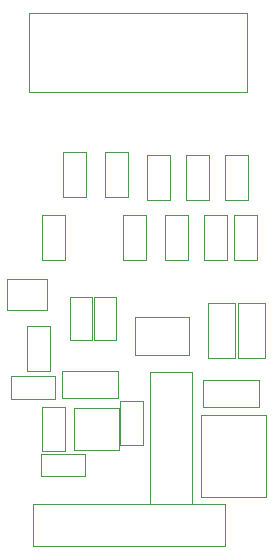
<source format=gbr>
%TF.GenerationSoftware,KiCad,Pcbnew,(5.1.10)-1*%
%TF.CreationDate,2021-11-28T18:03:10+01:00*%
%TF.ProjectId,M5StampC3,4d355374-616d-4704-9333-2e6b69636164,rev?*%
%TF.SameCoordinates,Original*%
%TF.FileFunction,Other,User*%
%FSLAX46Y46*%
G04 Gerber Fmt 4.6, Leading zero omitted, Abs format (unit mm)*
G04 Created by KiCad (PCBNEW (5.1.10)-1) date 2021-11-28 18:03:10*
%MOMM*%
%LPD*%
G01*
G04 APERTURE LIST*
%ADD10C,0.050000*%
G04 APERTURE END LIST*
D10*
%TO.C,D5*%
X137353999Y-73004000D02*
X131853999Y-73004000D01*
X131853999Y-73004000D02*
X131853999Y-79904000D01*
X131853999Y-79904000D02*
X137353999Y-79904000D01*
X137353999Y-79904000D02*
X137353999Y-73004000D01*
%TO.C,D4*%
X136716000Y-72270000D02*
X136716000Y-69970000D01*
X132016000Y-69970000D02*
X136716000Y-69970000D01*
X132016000Y-72270000D02*
X132016000Y-69970000D01*
X136716000Y-72270000D02*
X132016000Y-72270000D01*
%TO.C,J4*%
X131086000Y-69320000D02*
X127486000Y-69320000D01*
X131086000Y-80520000D02*
X131086000Y-69320000D01*
X127486000Y-80520000D02*
X131086000Y-80520000D01*
X127486000Y-69320000D02*
X127486000Y-80520000D01*
%TO.C,U1*%
X121056000Y-75948000D02*
X121056000Y-72348000D01*
X124856000Y-75948000D02*
X121056000Y-75948000D01*
X124856000Y-72348000D02*
X124856000Y-75948000D01*
X121056000Y-72348000D02*
X124856000Y-72348000D01*
%TO.C,R3*%
X121992000Y-78166000D02*
X118292000Y-78166000D01*
X121992000Y-76266000D02*
X121992000Y-78166000D01*
X118292000Y-76266000D02*
X121992000Y-76266000D01*
X118292000Y-78166000D02*
X118292000Y-76266000D01*
%TO.C,C14*%
X126964000Y-71780000D02*
X126964000Y-75540000D01*
X125004000Y-71780000D02*
X126964000Y-71780000D01*
X125004000Y-75540000D02*
X125004000Y-71780000D01*
X126964000Y-75540000D02*
X125004000Y-75540000D01*
%TO.C,C13*%
X118400000Y-76048000D02*
X118400000Y-72288000D01*
X120360000Y-76048000D02*
X118400000Y-76048000D01*
X120360000Y-72288000D02*
X120360000Y-76048000D01*
X118400000Y-72288000D02*
X120360000Y-72288000D01*
%TO.C,J3*%
X117580000Y-84096000D02*
X133880000Y-84096000D01*
X133880000Y-84096000D02*
X133880000Y-80496000D01*
X133880000Y-80496000D02*
X117580000Y-80496000D01*
X117580000Y-80496000D02*
X117580000Y-84096000D01*
%TO.C,U2*%
X117272000Y-45620000D02*
X135712000Y-45620000D01*
X117272000Y-38970000D02*
X117272000Y-45620000D01*
X135712000Y-38970000D02*
X117272000Y-38970000D01*
X135712000Y-45620000D02*
X135712000Y-38970000D01*
%TO.C,L1*%
X130804000Y-67874000D02*
X126244000Y-67874000D01*
X130804000Y-64714000D02*
X130804000Y-67874000D01*
X126244000Y-64714000D02*
X130804000Y-64714000D01*
X126244000Y-67874000D02*
X126244000Y-64714000D01*
%TO.C,Q1*%
X118794000Y-61478000D02*
X118794000Y-64078000D01*
X118794000Y-64078000D02*
X115394000Y-64078000D01*
X115394000Y-64078000D02*
X115394000Y-61478000D01*
X115394000Y-61478000D02*
X118794000Y-61478000D01*
%TO.C,R2*%
X122748000Y-66660000D02*
X122748000Y-62960000D01*
X124648000Y-66660000D02*
X122748000Y-66660000D01*
X124648000Y-62960000D02*
X124648000Y-66660000D01*
X122748000Y-62960000D02*
X124648000Y-62960000D01*
%TO.C,R1*%
X120716000Y-66660000D02*
X120716000Y-62960000D01*
X122616000Y-66660000D02*
X120716000Y-66660000D01*
X122616000Y-62960000D02*
X122616000Y-66660000D01*
X120716000Y-62960000D02*
X122616000Y-62960000D01*
%TO.C,D1*%
X134754000Y-63476000D02*
X132454000Y-63476000D01*
X132454000Y-68176000D02*
X132454000Y-63476000D01*
X134754000Y-68176000D02*
X132454000Y-68176000D01*
X134754000Y-63476000D02*
X134754000Y-68176000D01*
%TO.C,D2*%
X134994000Y-68176000D02*
X137294000Y-68176000D01*
X137294000Y-63476000D02*
X137294000Y-68176000D01*
X134994000Y-63476000D02*
X137294000Y-63476000D01*
X134994000Y-68176000D02*
X134994000Y-63476000D01*
%TO.C,D3*%
X124778000Y-71548000D02*
X124778000Y-69248000D01*
X120078000Y-69248000D02*
X124778000Y-69248000D01*
X120078000Y-71548000D02*
X120078000Y-69248000D01*
X124778000Y-71548000D02*
X120078000Y-71548000D01*
%TO.C,C12*%
X117130000Y-69230000D02*
X117130000Y-65470000D01*
X119090000Y-69230000D02*
X117130000Y-69230000D01*
X119090000Y-65470000D02*
X119090000Y-69230000D01*
X117130000Y-65470000D02*
X119090000Y-65470000D01*
%TO.C,C9*%
X122138000Y-50738000D02*
X122138000Y-54498000D01*
X120178000Y-50738000D02*
X122138000Y-50738000D01*
X120178000Y-54498000D02*
X120178000Y-50738000D01*
X122138000Y-54498000D02*
X120178000Y-54498000D01*
%TO.C,C6*%
X127218000Y-56072000D02*
X127218000Y-59832000D01*
X125258000Y-56072000D02*
X127218000Y-56072000D01*
X125258000Y-59832000D02*
X125258000Y-56072000D01*
X127218000Y-59832000D02*
X125258000Y-59832000D01*
%TO.C,C4*%
X130774000Y-56072000D02*
X130774000Y-59832000D01*
X128814000Y-56072000D02*
X130774000Y-56072000D01*
X128814000Y-59832000D02*
X128814000Y-56072000D01*
X130774000Y-59832000D02*
X128814000Y-59832000D01*
%TO.C,C2*%
X134076000Y-56072000D02*
X134076000Y-59832000D01*
X132116000Y-56072000D02*
X134076000Y-56072000D01*
X132116000Y-59832000D02*
X132116000Y-56072000D01*
X134076000Y-59832000D02*
X132116000Y-59832000D01*
%TO.C,C10*%
X119482000Y-71632000D02*
X115722000Y-71632000D01*
X119482000Y-69672000D02*
X119482000Y-71632000D01*
X115722000Y-69672000D02*
X119482000Y-69672000D01*
X115722000Y-71632000D02*
X115722000Y-69672000D01*
%TO.C,C7*%
X120360000Y-56072000D02*
X120360000Y-59832000D01*
X118400000Y-56072000D02*
X120360000Y-56072000D01*
X118400000Y-59832000D02*
X118400000Y-56072000D01*
X120360000Y-59832000D02*
X118400000Y-59832000D01*
%TO.C,C8*%
X136616000Y-56072000D02*
X136616000Y-59832000D01*
X134656000Y-56072000D02*
X136616000Y-56072000D01*
X134656000Y-59832000D02*
X134656000Y-56072000D01*
X136616000Y-59832000D02*
X134656000Y-59832000D01*
%TO.C,C11*%
X125694000Y-50738000D02*
X125694000Y-54498000D01*
X123734000Y-50738000D02*
X125694000Y-50738000D01*
X123734000Y-54498000D02*
X123734000Y-50738000D01*
X125694000Y-54498000D02*
X123734000Y-54498000D01*
%TO.C,C5*%
X129250000Y-50992000D02*
X129250000Y-54752000D01*
X127290000Y-50992000D02*
X129250000Y-50992000D01*
X127290000Y-54752000D02*
X127290000Y-50992000D01*
X129250000Y-54752000D02*
X127290000Y-54752000D01*
%TO.C,C3*%
X132552000Y-50992000D02*
X132552000Y-54752000D01*
X130592000Y-50992000D02*
X132552000Y-50992000D01*
X130592000Y-54752000D02*
X130592000Y-50992000D01*
X132552000Y-54752000D02*
X130592000Y-54752000D01*
%TO.C,C1*%
X135854000Y-50992000D02*
X135854000Y-54752000D01*
X133894000Y-50992000D02*
X135854000Y-50992000D01*
X133894000Y-54752000D02*
X133894000Y-50992000D01*
X135854000Y-54752000D02*
X133894000Y-54752000D01*
%TD*%
M02*

</source>
